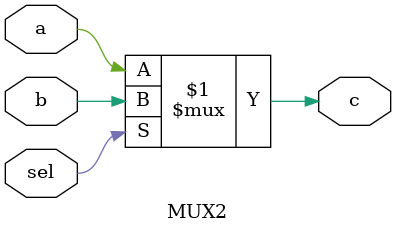
<source format=v>
/*******************************************************************
*
* Module: MUX2.v
* Project: RV32IMC Processor
* Author: Abdelwahab Ganna, Ahmed Shalaby, and Mohamed Fekry.
* Description: a 1-bit 2x1 MUX
*
**********************************************************************/

module MUX2(input a, b, sel,
            output c);

    assign c = sel ? b : a;   //sel == 1; b, else a

endmodule
</source>
